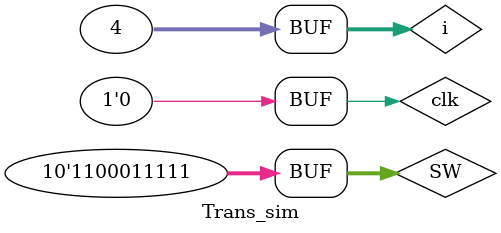
<source format=v>
`timescale 1ns / 1ps


module Trans_sim;

	// Inputs
	reg clk;
	reg [9:0] SW;

	// Outputs
	wire [3:0] A;
	wire [3:0] B;
	wire [3:0] C;
	wire [3:0] Out;

	// Instantiate the Unit Under Test (UUT)
	Trans uut (
		.clk(clk), 
		.SW(SW), 
		.A(A), 
		.B(B), 
		.C(C), 
		.Out(Out)
	);
	
	integer i;
	// clock
	always begin
		clk = 1; #5;
		clk = 0; #5;
	end
	initial begin
		// Initialize Inputs
		clk = 0;
		SW = 0;

		// Wait 100 ns for global reset to finish
		#20;
      

		
		// initial
		// ALU control
		// ×ÔÔö
		SW[8:7] = 2'b10;
		SW[9] = 1'b0;#5;
		for( i=0; i<=10; i=i+1)begin
			SW[3:2] <= 2'b00;#5;
			SW[4] <= 1'b0;#5;
			SW[3:2] <= 2'b11;#5;
			SW[4] <= 1'b1;#5;
		end
		
		// ×Ô¼õ
		SW[1:0] = 2'b11;
		for( i=0; i<=3; i=i+1)begin
			SW[3:2] <= 2'b00;#5;
			SW[4] <= 1'b0;#5;
			SW[3:2] <= 2'b11;#5;
			SW[4] <= 1'b1;#5;
		end
		
		// ALUµÄÆäËûËã·¨
		SW[6:5] = 2'b01;
		SW[3:2] <= 2'b00;#5;
		SW[4] <= 1'b0;#5;
		SW[3:2] <= 2'b11;#5;
		SW[4] <= 1'b1;#5;
		SW[6:5] = 2'b10;
		SW[3:2] <= 2'b00;#5;
		SW[4] <= 1'b0;#5;
		SW[3:2] <= 2'b11;#5;
		SW[4] <= 1'b1;#5;
		SW[6:5] = 2'b11;
		SW[3:2] <= 2'b00;#5;
		SW[4] <= 1'b0;#5;
		SW[3:2] <= 2'b11;#5;
		SW[4] <= 1'b1;#5;
		SW[6:5] = 2'b00;
		SW[3:2] <= 2'b00;#5;
		
		// »»»Ø¼Ó·¨
		SW[4] <= 1'b0;#5;
		SW[3:2] <= 2'b11;#5;
		SW[4] <= 1'b1;#5;
		
		// ¼Ä´æÆ÷Ö®¼ä½»Á÷
		SW[9] = 1'b1;#5
		SW[3:2] <= 2'b11;#5;
		SW[4] <= 1'b1;#5;
		
		// trans the ALU result
		
		// Add stimulus here

	end
      
endmodule


</source>
